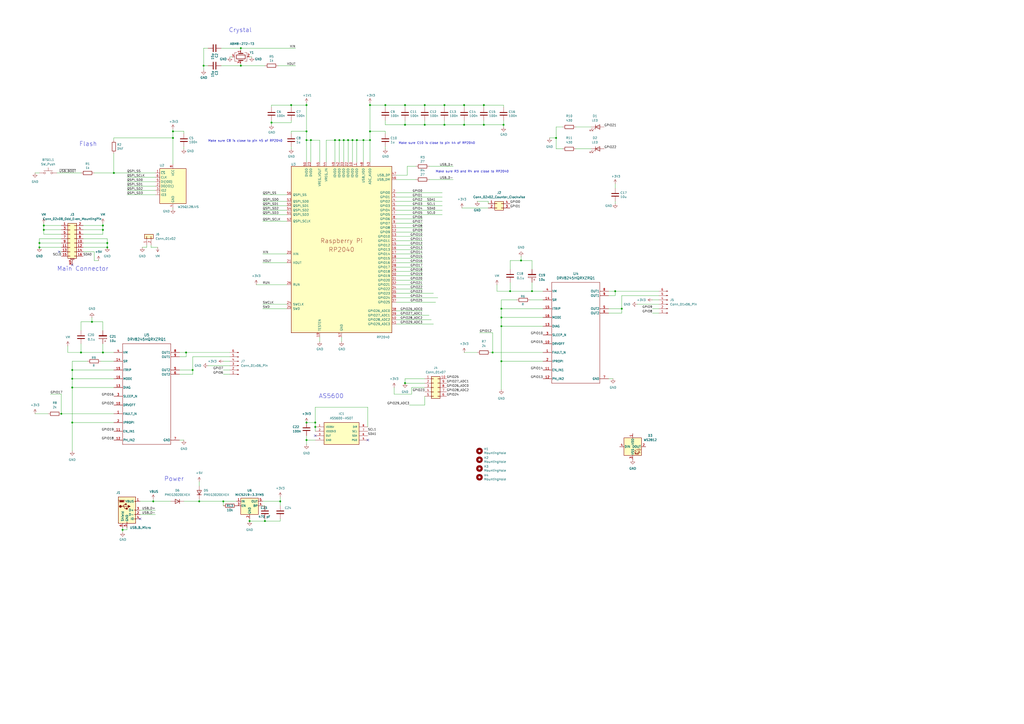
<source format=kicad_sch>
(kicad_sch (version 20250114) (generator "eeschema") (generator_version "9.0")
  (paper "A2")
  (title_block (title "RP2040 Minimal Design Example") (date "2024-01-16") (rev "REV2") (company "Raspberry Pi Ltd"))
  (text "Power" (at 95.25 279.4 0) (effects (font (size 2.54 2.54)) (justify left bottom)))
  (text "Crystal" (at 132.715 19.05 0) (effects (font (size 2.54 2.54)) (justify left bottom)))
  (text "Make sure C8 is close to pin 45 of RP2040" (at 120.65 82.55 0) (effects (font (size 1.27 1.27)) (justify left bottom)))
  (text "Make sure C10 is close to pin 44 of RP2040" (at 231.14 83.82 0) (effects (font (size 1.27 1.27)) (justify left bottom)))
  (text "Main Connector" (at 33.02 157.48 0) (effects (font (size 2.54 2.54)) (justify left bottom)))
  (text "Make sure R3 and R4 are close to RP2040" (at 252.73 100.33 0) (effects (font (size 1.27 1.27)) (justify left bottom)))
  (text "AS5600" (at 184.912 231.394 0) (effects (font (size 2.54 2.54)) (justify left bottom)))
  (text "Flash" (at 45.974 85.09 0) (effects (font (size 2.54 2.54)) (justify left bottom)))
  (junction (at 153.67 302.26))
  (junction (at 201.93 81.28))
  (junction (at 182.88 245.11))
  (junction (at 199.39 81.28))
  (junction (at 290.83 179.07))
  (junction (at 22.86 143.51))
  (junction (at 62.23 140.97))
  (junction (at 100.33 80.01))
  (junction (at 46.99 204.47))
  (junction (at 177.8 76.2))
  (junction (at 356.87 168.91))
  (junction (at 214.63 76.2))
  (junction (at 59.69 133.35))
  (junction (at 168.91 60.96))
  (junction (at 35.56 240.03))
  (junction (at 118.11 38.1))
  (junction (at 223.52 60.96))
  (junction (at 246.38 72.39))
  (junction (at 257.81 60.96))
  (junction (at 290.83 184.15))
  (junction (at 139.7 27.94))
  (junction (at 246.38 60.96))
  (junction (at 177.8 81.28))
  (junction (at 41.91 219.71))
  (junction (at 53.34 186.69))
  (junction (at 322.58 80.01))
  (junction (at 180.34 81.28))
  (junction (at 204.47 81.28))
  (junction (at 157.48 71.12))
  (junction (at 295.91 168.91))
  (junction (at 41.91 214.63))
  (junction (at 285.75 204.47))
  (junction (at 234.95 222.25))
  (junction (at 280.67 60.96))
  (junction (at 290.83 209.55))
  (junction (at 41.91 245.11))
  (junction (at 292.1 72.39))
  (junction (at 139.7 38.1))
  (junction (at 302.26 151.13))
  (junction (at 22.86 140.97))
  (junction (at 88.9 290.83))
  (junction (at 162.56 290.83))
  (junction (at 257.81 72.39))
  (junction (at 41.91 224.79))
  (junction (at 129.54 290.83))
  (junction (at 100.33 76.2))
  (junction (at 177.8 255.27))
  (junction (at 25.4 133.35))
  (junction (at 115.57 290.83))
  (junction (at 25.4 130.81))
  (junction (at 71.12 307.34))
  (junction (at 107.95 204.47))
  (junction (at 62.23 143.51))
  (junction (at 177.8 245.11))
  (junction (at 177.8 60.96))
  (junction (at 234.95 72.39))
  (junction (at 269.24 72.39))
  (junction (at 182.88 247.65))
  (junction (at 59.69 204.47))
  (junction (at 144.78 302.26))
  (junction (at 207.01 81.28))
  (junction (at 214.63 81.28))
  (junction (at 66.04 100.33))
  (junction (at 360.68 179.07))
  (junction (at 59.69 130.81))
  (junction (at 196.85 81.28))
  (junction (at 214.63 60.96))
  (junction (at 290.83 189.23))
  (junction (at 194.31 81.28))
  (junction (at 269.24 60.96))
  (junction (at 280.67 72.39))
  (junction (at 111.76 214.63))
  (junction (at 308.61 168.91))
  (junction (at 210.82 81.28))
  (junction (at 234.95 60.96))
  (no_connect (at 34.29 146.05))
  (no_connect (at 41.91 153.67))
  (no_connect (at 182.88 252.73))
  (no_connect (at 81.28 300.99))
  (no_connect (at 213.36 255.27))
  (wire (pts (xy 299.72 173.99) (xy 290.83 173.99)))
  (wire (pts (xy 177.8 81.28) (xy 177.8 93.98)))
  (wire (pts (xy 285.75 193.04) (xy 285.75 204.47)))
  (wire (pts (xy 229.87 137.16) (xy 245.11 137.16)))
  (wire (pts (xy 177.8 245.11) (xy 182.88 245.11)))
  (wire (pts (xy 267.97 120.65) (xy 283.21 120.65)))
  (wire (pts (xy 157.48 71.12) (xy 168.91 71.12)))
  (wire (pts (xy 236.22 96.52) (xy 236.22 101.6)))
  (wire (pts (xy 88.9 290.83) (xy 99.06 290.83)))
  (wire (pts (xy 237.49 234.95) (xy 246.38 234.95)))
  (wire (pts (xy 295.91 168.91) (xy 308.61 168.91)))
  (wire (pts (xy 246.38 60.96) (xy 257.81 60.96)))
  (wire (pts (xy 162.56 293.37) (xy 162.56 290.83)))
  (wire (pts (xy 269.24 204.47) (xy 276.86 204.47)))
  (wire (pts (xy 48.26 135.89) (xy 59.69 135.89)))
  (wire (pts (xy 207.01 81.28) (xy 210.82 81.28)))
  (wire (pts (xy 41.91 219.71) (xy 66.04 219.71)))
  (wire (pts (xy 290.83 189.23) (xy 314.96 189.23)))
  (wire (pts (xy 104.14 217.17) (xy 111.76 217.17)))
  (wire (pts (xy 182.88 236.22) (xy 182.88 245.11)))
  (wire (pts (xy 290.83 179.07) (xy 290.83 184.15)))
  (wire (pts (xy 356.87 116.84) (xy 356.87 118.11)))
  (wire (pts (xy 90.17 113.03) (xy 73.66 113.03)))
  (wire (pts (xy 129.54 209.55) (xy 133.35 209.55)))
  (wire (pts (xy 246.38 62.23) (xy 246.38 60.96)))
  (wire (pts (xy 177.8 59.69) (xy 177.8 60.96)))
  (wire (pts (xy 25.4 135.89) (xy 25.4 133.35)))
  (wire (pts (xy 229.87 149.86) (xy 245.11 149.86)))
  (wire (pts (xy 322.58 86.36) (xy 326.39 86.36)))
  (wire (pts (xy 100.33 76.2) (xy 100.33 80.01)))
  (wire (pts (xy 104.14 214.63) (xy 111.76 214.63)))
  (wire (pts (xy 39.37 200.66) (xy 39.37 204.47)))
  (wire (pts (xy 25.4 129.54) (xy 25.4 130.81)))
  (wire (pts (xy 194.31 81.28) (xy 196.85 81.28)))
  (wire (pts (xy 229.87 170.18) (xy 251.46 170.18)))
  (wire (pts (xy 88.9 289.56) (xy 88.9 290.83)))
  (wire (pts (xy 229.87 104.14) (xy 241.3 104.14)))
  (wire (pts (xy 91.44 143.51) (xy 87.63 143.51)))
  (wire (pts (xy 326.39 73.66) (xy 322.58 73.66)))
  (wire (pts (xy 360.68 179.07) (xy 360.68 171.45)))
  (wire (pts (xy 53.34 184.15) (xy 53.34 186.69)))
  (wire (pts (xy 276.86 116.84) (xy 283.21 116.84)))
  (wire (pts (xy 229.87 111.76) (xy 256.54 111.76)))
  (wire (pts (xy 318.77 80.01) (xy 322.58 80.01)))
  (wire (pts (xy 29.21 228.6) (xy 35.56 228.6)))
  (wire (pts (xy 73.66 102.87) (xy 90.17 102.87)))
  (wire (pts (xy 41.91 224.79) (xy 66.04 224.79)))
  (wire (pts (xy 100.33 74.93) (xy 100.33 76.2)))
  (wire (pts (xy 248.92 96.52) (xy 262.89 96.52)))
  (wire (pts (xy 185.42 93.98) (xy 185.42 81.28)))
  (wire (pts (xy 35.56 140.97) (xy 22.86 140.97)))
  (wire (pts (xy 314.96 179.07) (xy 290.83 179.07)))
  (wire (pts (xy 246.38 69.85) (xy 246.38 72.39)))
  (wire (pts (xy 46.99 199.39) (xy 46.99 204.47)))
  (wire (pts (xy 229.87 116.84) (xy 256.54 116.84)))
  (wire (pts (xy 177.8 76.2) (xy 177.8 81.28)))
  (wire (pts (xy 129.54 290.83) (xy 137.16 290.83)))
  (wire (pts (xy 22.86 140.97) (xy 22.86 143.51)))
  (wire (pts (xy 133.35 33.02) (xy 134.62 33.02)))
  (wire (pts (xy 189.23 81.28) (xy 194.31 81.28)))
  (wire (pts (xy 35.56 135.89) (xy 25.4 135.89)))
  (wire (pts (xy 157.48 60.96) (xy 168.91 60.96)))
  (wire (pts (xy 302.26 151.13) (xy 308.61 151.13)))
  (wire (pts (xy 229.87 185.42) (xy 250.19 185.42)))
  (wire (pts (xy 66.04 88.9) (xy 66.04 100.33)))
  (wire (pts (xy 353.06 171.45) (xy 356.87 171.45)))
  (wire (pts (xy 87.63 142.24) (xy 87.63 143.51)))
  (wire (pts (xy 157.48 69.85) (xy 157.48 71.12)))
  (wire (pts (xy 177.8 255.27) (xy 177.8 252.73)))
  (wire (pts (xy 334.01 73.66) (xy 342.9 73.66)))
  (wire (pts (xy 182.88 245.11) (xy 182.88 247.65)))
  (wire (pts (xy 22.86 100.33) (xy 20.32 100.33)))
  (wire (pts (xy 39.37 204.47) (xy 46.99 204.47)))
  (wire (pts (xy 59.69 130.81) (xy 59.69 129.54)))
  (wire (pts (xy 144.78 33.02) (xy 146.05 33.02)))
  (wire (pts (xy 152.4 124.46) (xy 166.37 124.46)))
  (wire (pts (xy 246.38 219.71) (xy 234.95 219.71)))
  (wire (pts (xy 128.27 27.94) (xy 139.7 27.94)))
  (wire (pts (xy 308.61 163.83) (xy 308.61 168.91)))
  (wire (pts (xy 308.61 168.91) (xy 314.96 168.91)))
  (wire (pts (xy 214.63 81.28) (xy 214.63 93.98)))
  (wire (pts (xy 168.91 60.96) (xy 177.8 60.96)))
  (wire (pts (xy 284.48 204.47) (xy 285.75 204.47)))
  (wire (pts (xy 54.61 146.05) (xy 54.61 151.13)))
  (wire (pts (xy 214.63 76.2) (xy 223.52 76.2)))
  (wire (pts (xy 48.26 133.35) (xy 59.69 133.35)))
  (wire (pts (xy 100.33 121.285) (xy 100.33 120.65)))
  (wire (pts (xy 153.67 302.26) (xy 153.67 300.99)))
  (wire (pts (xy 360.68 181.61) (xy 360.68 179.07)))
  (wire (pts (xy 199.39 93.98) (xy 199.39 81.28)))
  (wire (pts (xy 81.28 295.91) (xy 90.17 295.91)))
  (wire (pts (xy 177.8 60.96) (xy 177.8 76.2)))
  (wire (pts (xy 295.91 151.13) (xy 302.26 151.13)))
  (wire (pts (xy 210.82 81.28) (xy 214.63 81.28)))
  (wire (pts (xy 152.4 119.38) (xy 166.37 119.38)))
  (wire (pts (xy 228.6 228.6) (xy 228.6 224.79)))
  (wire (pts (xy 59.69 199.39) (xy 59.69 204.47)))
  (wire (pts (xy 334.01 86.36) (xy 342.9 86.36)))
  (wire (pts (xy 269.24 62.23) (xy 269.24 60.96)))
  (wire (pts (xy 378.46 179.07) (xy 382.27 179.07)))
  (wire (pts (xy 196.85 81.28) (xy 199.39 81.28)))
  (wire (pts (xy 90.17 107.95) (xy 73.66 107.95)))
  (wire (pts (xy 153.67 302.26) (xy 162.56 302.26)))
  (wire (pts (xy 238.76 224.79) (xy 246.38 224.79)))
  (wire (pts (xy 111.76 207.01) (xy 111.76 214.63)))
  (wire (pts (xy 223.52 62.23) (xy 223.52 60.96)))
  (wire (pts (xy 378.46 173.99) (xy 382.27 173.99)))
  (wire (pts (xy 41.91 209.55) (xy 41.91 214.63)))
  (wire (pts (xy 22.86 143.51) (xy 35.56 143.51)))
  (wire (pts (xy 214.63 60.96) (xy 223.52 60.96)))
  (wire (pts (xy 106.68 76.2) (xy 100.33 76.2)))
  (wire (pts (xy 207.01 81.28) (xy 207.01 93.98)))
  (wire (pts (xy 115.57 279.4) (xy 115.57 281.94)))
  (wire (pts (xy 196.85 93.98) (xy 196.85 81.28)))
  (wire (pts (xy 73.66 306.07) (xy 73.66 307.34)))
  (wire (pts (xy 139.7 36.83) (xy 139.7 38.1)))
  (wire (pts (xy 118.11 38.1) (xy 118.11 40.64)))
  (wire (pts (xy 285.75 204.47) (xy 314.96 204.47)))
  (wire (pts (xy 295.91 156.21) (xy 295.91 151.13)))
  (wire (pts (xy 229.87 101.6) (xy 236.22 101.6)))
  (wire (pts (xy 290.83 209.55) (xy 290.83 189.23)))
  (wire (pts (xy 129.54 214.63) (xy 133.35 214.63)))
  (wire (pts (xy 104.14 207.01) (xy 107.95 207.01)))
  (wire (pts (xy 144.78 302.26) (xy 153.67 302.26)))
  (wire (pts (xy 214.63 60.96) (xy 214.63 76.2)))
  (wire (pts (xy 166.37 152.4) (xy 152.4 152.4)))
  (wire (pts (xy 48.26 143.51) (xy 62.23 143.51)))
  (wire (pts (xy 166.37 113.03) (xy 152.4 113.03)))
  (wire (pts (xy 269.24 60.96) (xy 280.67 60.96)))
  (wire (pts (xy 292.1 69.85) (xy 292.1 72.39)))
  (wire (pts (xy 161.29 38.1) (xy 171.45 38.1)))
  (wire (pts (xy 356.87 168.91) (xy 382.27 168.91)))
  (wire (pts (xy 229.87 147.32) (xy 245.11 147.32)))
  (wire (pts (xy 229.87 127) (xy 245.11 127)))
  (wire (pts (xy 182.88 247.65) (xy 182.88 250.19)))
  (wire (pts (xy 168.91 71.12) (xy 168.91 69.85)))
  (wire (pts (xy 234.95 62.23) (xy 234.95 60.96)))
  (wire (pts (xy 48.26 138.43) (xy 62.23 138.43)))
  (wire (pts (xy 234.95 72.39) (xy 223.52 72.39)))
  (wire (pts (xy 229.87 180.34) (xy 245.11 180.34)))
  (wire (pts (xy 308.61 151.13) (xy 308.61 156.21)))
  (wire (pts (xy 20.32 240.03) (xy 27.94 240.03)))
  (wire (pts (xy 25.4 130.81) (xy 25.4 133.35)))
  (wire (pts (xy 252.73 175.26) (xy 229.87 175.26)))
  (wire (pts (xy 214.63 76.2) (xy 214.63 81.28)))
  (wire (pts (xy 111.76 207.01) (xy 133.35 207.01)))
  (wire (pts (xy 152.4 290.83) (xy 162.56 290.83)))
  (wire (pts (xy 214.63 59.69) (xy 214.63 60.96)))
  (wire (pts (xy 50.8 209.55) (xy 41.91 209.55)))
  (wire (pts (xy 229.87 129.54) (xy 245.11 129.54)))
  (wire (pts (xy 168.91 77.47) (xy 168.91 76.2)))
  (wire (pts (xy 90.17 110.49) (xy 73.66 110.49)))
  (wire (pts (xy 234.95 60.96) (xy 246.38 60.96)))
  (wire (pts (xy 378.46 181.61) (xy 382.27 181.61)))
  (wire (pts (xy 246.38 234.95) (xy 246.38 229.87)))
  (wire (pts (xy 54.61 100.33) (xy 66.04 100.33)))
  (wire (pts (xy 62.23 140.97) (xy 62.23 143.51)))
  (wire (pts (xy 71.12 306.07) (xy 71.12 307.34)))
  (wire (pts (xy 290.83 184.15) (xy 314.96 184.15)))
  (wire (pts (xy 234.95 222.25) (xy 246.38 222.25)))
  (wire (pts (xy 229.87 187.96) (xy 251.46 187.96)))
  (wire (pts (xy 104.14 204.47) (xy 107.95 204.47)))
  (wire (pts (xy 290.83 226.06) (xy 290.83 209.55)))
  (wire (pts (xy 41.91 245.11) (xy 41.91 224.79)))
  (wire (pts (xy 148.59 165.1) (xy 166.37 165.1)))
  (wire (pts (xy 115.57 289.56) (xy 115.57 290.83)))
  (wire (pts (xy 234.95 69.85) (xy 234.95 72.39)))
  (wire (pts (xy 288.29 168.91) (xy 295.91 168.91)))
  (wire (pts (xy 162.56 288.29) (xy 162.56 290.83)))
  (wire (pts (xy 180.34 93.98) (xy 180.34 81.28)))
  (wire (pts (xy 34.29 146.05) (xy 35.56 146.05)))
  (wire (pts (xy 144.78 302.26) (xy 144.78 300.99)))
  (wire (pts (xy 280.67 72.39) (xy 292.1 72.39)))
  (wire (pts (xy 73.66 307.34) (xy 71.12 307.34)))
  (wire (pts (xy 48.26 140.97) (xy 62.23 140.97)))
  (wire (pts (xy 322.58 80.01) (xy 322.58 86.36)))
  (wire (pts (xy 153.67 293.37) (xy 152.4 293.37)))
  (wire (pts (xy 269.24 69.85) (xy 269.24 72.39)))
  (wire (pts (xy 48.26 146.05) (xy 54.61 146.05)))
  (wire (pts (xy 223.52 60.96) (xy 234.95 60.96)))
  (wire (pts (xy 35.56 138.43) (xy 22.86 138.43)))
  (wire (pts (xy 223.52 85.09) (xy 223.52 86.36)))
  (wire (pts (xy 229.87 132.08) (xy 245.11 132.08)))
  (wire (pts (xy 204.47 93.98) (xy 204.47 81.28)))
  (wire (pts (xy 128.27 38.1) (xy 139.7 38.1)))
  (wire (pts (xy 120.65 38.1) (xy 118.11 38.1)))
  (wire (pts (xy 46.99 204.47) (xy 59.69 204.47)))
  (wire (pts (xy 139.7 38.1) (xy 153.67 38.1)))
  (wire (pts (xy 59.69 186.69) (xy 59.69 191.77)))
  (wire (pts (xy 307.34 173.99) (xy 314.96 173.99)))
  (wire (pts (xy 229.87 119.38) (xy 256.54 119.38)))
  (wire (pts (xy 107.95 207.01) (xy 107.95 204.47)))
  (wire (pts (xy 292.1 62.23) (xy 292.1 60.96)))
  (wire (pts (xy 166.37 179.07) (xy 152.4 179.07)))
  (wire (pts (xy 199.39 81.28) (xy 201.93 81.28)))
  (wire (pts (xy 292.1 72.39) (xy 292.1 73.66)))
  (wire (pts (xy 356.87 106.68) (xy 356.87 109.22)))
  (wire (pts (xy 229.87 157.48) (xy 245.11 157.48)))
  (wire (pts (xy 295.91 163.83) (xy 295.91 168.91)))
  (wire (pts (xy 360.68 171.45) (xy 382.27 171.45)))
  (wire (pts (xy 166.37 128.27) (xy 152.4 128.27)))
  (wire (pts (xy 111.76 214.63) (xy 111.76 217.17)))
  (wire (pts (xy 198.12 195.58) (xy 198.12 198.12)))
  (wire (pts (xy 168.91 76.2) (xy 177.8 76.2)))
  (wire (pts (xy 229.87 154.94) (xy 245.11 154.94)))
  (wire (pts (xy 90.17 105.41) (xy 73.66 105.41)))
  (wire (pts (xy 246.38 72.39) (xy 234.95 72.39)))
  (wire (pts (xy 129.54 290.83) (xy 129.54 293.37)))
  (wire (pts (xy 223.52 69.85) (xy 223.52 72.39)))
  (wire (pts (xy 185.42 195.58) (xy 185.42 198.12)))
  (wire (pts (xy 22.86 138.43) (xy 22.86 140.97)))
  (wire (pts (xy 229.87 160.02) (xy 245.11 160.02)))
  (wire (pts (xy 54.61 151.13) (xy 57.15 151.13)))
  (wire (pts (xy 120.65 27.94) (xy 118.11 27.94)))
  (wire (pts (xy 229.87 139.7) (xy 245.11 139.7)))
  (wire (pts (xy 41.91 214.63) (xy 41.91 219.71)))
  (wire (pts (xy 229.87 165.1) (xy 245.11 165.1)))
  (wire (pts (xy 35.56 240.03) (xy 66.04 240.03)))
  (wire (pts (xy 59.69 133.35) (xy 59.69 130.81)))
  (wire (pts (xy 120.65 212.09) (xy 133.35 212.09)))
  (wire (pts (xy 180.34 81.28) (xy 177.8 81.28)))
  (wire (pts (xy 104.14 255.27) (xy 106.68 255.27)))
  (wire (pts (xy 248.92 104.14) (xy 262.89 104.14)))
  (wire (pts (xy 41.91 219.71) (xy 41.91 224.79)))
  (wire (pts (xy 353.06 168.91) (xy 356.87 168.91)))
  (wire (pts (xy 229.87 144.78) (xy 245.11 144.78)))
  (wire (pts (xy 353.06 179.07) (xy 360.68 179.07)))
  (wire (pts (xy 58.42 209.55) (xy 66.04 209.55)))
  (wire (pts (xy 280.67 72.39) (xy 269.24 72.39)))
  (wire (pts (xy 118.11 27.94) (xy 118.11 38.1)))
  (wire (pts (xy 46.99 191.77) (xy 46.99 186.69)))
  (wire (pts (xy 290.83 184.15) (xy 290.83 189.23)))
  (wire (pts (xy 288.29 165.1) (xy 288.29 168.91)))
  (wire (pts (xy 139.7 29.21) (xy 139.7 27.94)))
  (wire (pts (xy 152.4 116.84) (xy 166.37 116.84)))
  (wire (pts (xy 353.06 219.71) (xy 355.6 219.71)))
  (wire (pts (xy 228.6 228.6) (xy 238.76 228.6)))
  (wire (pts (xy 201.93 81.28) (xy 204.47 81.28)))
  (wire (pts (xy 229.87 134.62) (xy 245.11 134.62)))
  (wire (pts (xy 229.87 152.4) (xy 245.11 152.4)))
  (wire (pts (xy 157.48 62.23) (xy 157.48 60.96)))
  (wire (pts (xy 115.57 290.83) (xy 129.54 290.83)))
  (wire (pts (xy 236.22 96.52) (xy 241.3 96.52)))
  (wire (pts (xy 62.23 138.43) (xy 62.23 140.97)))
  (wire (pts (xy 106.68 85.09) (xy 106.68 86.36)))
  (wire (pts (xy 157.48 71.12) (xy 157.48 72.39)))
  (wire (pts (xy 280.67 69.85) (xy 280.67 72.39)))
  (wire (pts (xy 152.4 147.32) (xy 166.37 147.32)))
  (wire (pts (xy 33.02 100.33) (xy 46.99 100.33)))
  (wire (pts (xy 35.56 130.81) (xy 25.4 130.81)))
  (wire (pts (xy 229.87 142.24) (xy 245.11 142.24)))
  (wire (pts (xy 257.81 60.96) (xy 269.24 60.96)))
  (wire (pts (xy 162.56 302.26) (xy 162.56 300.99)))
  (wire (pts (xy 106.68 290.83) (xy 115.57 290.83)))
  (wire (pts (xy 223.52 77.47) (xy 223.52 76.2)))
  (wire (pts (xy 82.55 143.51) (xy 85.09 143.51)))
  (wire (pts (xy 152.4 121.92) (xy 166.37 121.92)))
  (wire (pts (xy 229.87 124.46) (xy 256.54 124.46)))
  (wire (pts (xy 229.87 167.64) (xy 245.11 167.64)))
  (wire (pts (xy 229.87 114.3) (xy 256.54 114.3)))
  (wire (pts (xy 257.81 72.39) (xy 246.38 72.39)))
  (wire (pts (xy 59.69 135.89) (xy 59.69 133.35)))
  (wire (pts (xy 35.56 240.03) (xy 35.56 228.6)))
  (wire (pts (xy 106.68 77.47) (xy 106.68 76.2)))
  (wire (pts (xy 269.24 72.39) (xy 257.81 72.39)))
  (wire (pts (xy 356.87 171.45) (xy 356.87 168.91)))
  (wire (pts (xy 290.83 209.55) (xy 314.96 209.55)))
  (wire (pts (xy 35.56 133.35) (xy 25.4 133.35)))
  (wire (pts (xy 48.26 130.81) (xy 59.69 130.81)))
  (wire (pts (xy 204.47 81.28) (xy 207.01 81.28)))
  (wire (pts (xy 66.04 100.33) (xy 90.17 100.33)))
  (wire (pts (xy 194.31 93.98) (xy 194.31 81.28)))
  (wire (pts (xy 213.36 236.22) (xy 213.36 247.65)))
  (wire (pts (xy 107.95 204.47) (xy 133.35 204.47)))
  (wire (pts (xy 81.28 290.83) (xy 88.9 290.83)))
  (wire (pts (xy 278.13 193.04) (xy 285.75 193.04)))
  (wire (pts (xy 66.04 214.63) (xy 41.91 214.63)))
  (wire (pts (xy 182.88 236.22) (xy 213.36 236.22)))
  (wire (pts (xy 353.06 181.61) (xy 360.68 181.61)))
  (wire (pts (xy 41.91 261.62) (xy 41.91 245.11)))
  (wire (pts (xy 201.93 93.98) (xy 201.93 81.28)))
  (wire (pts (xy 177.8 255.27) (xy 182.88 255.27)))
  (wire (pts (xy 168.91 62.23) (xy 168.91 60.96)))
  (wire (pts (xy 254 172.72) (xy 229.87 172.72)))
  (wire (pts (xy 290.83 173.99) (xy 290.83 179.07)))
  (wire (pts (xy 185.42 81.28) (xy 180.34 81.28)))
  (wire (pts (xy 283.21 116.84) (xy 283.21 118.11)))
  (wire (pts (xy 280.67 60.96) (xy 292.1 60.96)))
  (wire (pts (xy 280.67 62.23) (xy 280.67 60.96)))
  (wire (pts (xy 85.09 143.51) (xy 85.09 142.24)))
  (wire (pts (xy 129.54 217.17) (xy 133.35 217.17)))
  (wire (pts (xy 257.81 69.85) (xy 257.81 72.39)))
  (wire (pts (xy 229.87 162.56) (xy 245.11 162.56)))
  (wire (pts (xy 177.8 257.81) (xy 177.8 255.27)))
  (wire (pts (xy 210.82 93.98) (xy 210.82 81.28)))
  (wire (pts (xy 257.81 62.23) (xy 257.81 60.96)))
  (wire (pts (xy 59.69 204.47) (xy 66.04 204.47)))
  (wire (pts (xy 166.37 176.53) (xy 152.4 176.53)))
  (wire (pts (xy 238.76 228.6) (xy 238.76 224.79)))
  (wire (pts (xy 322.58 73.66) (xy 322.58 80.01)))
  (wire (pts (xy 46.99 186.69) (xy 53.34 186.69)))
  (wire (pts (xy 41.91 245.11) (xy 66.04 245.11)))
  (wire (pts (xy 189.23 93.98) (xy 189.23 81.28)))
  (wire (pts (xy 168.91 85.09) (xy 168.91 86.36)))
  (wire (pts (xy 234.95 219.71) (xy 234.95 222.25)))
  (wire (pts (xy 71.12 307.34) (xy 71.12 308.61)))
  (wire (pts (xy 66.04 81.28) (xy 66.04 80.01)))
  (wire (pts (xy 66.04 80.01) (xy 100.33 80.01)))
  (wire (pts (xy 229.87 182.88) (xy 248.92 182.88)))
  (wire (pts (xy 229.87 121.92) (xy 256.54 121.92)))
  (wire (pts (xy 369.57 176.53) (xy 382.27 176.53)))
  (wire (pts (xy 81.28 298.45) (xy 90.17 298.45)))
  (wire (pts (xy 100.33 80.01) (xy 100.33 95.25)))
  (wire (pts (xy 53.34 186.69) (xy 59.69 186.69)))
  (wire (pts (xy 302.26 148.59) (xy 302.26 151.13)))
  (wire (pts (xy 139.7 27.94) (xy 171.45 27.94)))
  (label "XOUT" (at 171.45 38.1 180))
  (label "GPIO15" (at 314.96 199.39 180))
  (label "SCL0" (at 247.65 124.46 0))
  (label "USB_D-" (at 90.17 298.45 180))
  (label "QSPI_SS" (at 73.66 100.33 0))
  (label "QSPI_SD3" (at 73.66 113.03 0))
  (label "SDA1" (at 213.36 252.73 0))
  (label "QSPI_SD2" (at 152.4 121.92 0))
  (label "GPIO10" (at 314.96 194.31 180))
  (label "USB_D-" (at 262.89 104.14 180))
  (label "GPIO4" (at 245.11 121.92 180))
  (label "GPIO28_ADC2" (at 259.08 227.33 0))
  (label "SDA0" (at 48.26 148.59 0))
  (label "GPIO16" (at 66.04 229.87 180))
  (label "RUN" (at 152.4 165.1 0))
  (label "GPIO12" (at 278.13 193.04 0))
  (label "XOUT" (at 152.4 152.4 0))
  (label "GPIO20" (at 66.04 234.95 180))
  (label "GPIO29_ADC3" (at 245.11 187.96 180))
  (label "QSPI_SD1" (at 152.4 119.38 0))
  (label "GPIO13" (at 245.11 144.78 180))
  (label "GPIO19" (at 66.04 250.19 180))
  (label "GPIO6" (at 245.11 127 180))
  (label "USB_D+" (at 262.89 96.52 180))
  (label "GPIO29_ADC3" (at 237.49 234.95 180))
  (label "SWD" (at 152.4 179.07 0))
  (label "GPIO20" (at 245.11 162.56 180))
  (label "QSPI_SD1" (at 73.66 107.95 0))
  (label "QSPI_SD3" (at 152.4 124.46 0))
  (label "SCL0" (at 35.56 148.59 180))
  (label "GPIO24" (at 259.08 229.87 0))
  (label "GPIO18" (at 245.11 157.48 180))
  (label "GPIO25" (at 245.11 175.26 180))
  (label "SDA1" (at 247.65 116.84 0))
  (label "GPIO27_ADC1" (at 259.08 222.25 0))
  (label "GPIO25" (at 259.08 219.71 0))
  (label "GPIO0" (at 245.11 111.76 180))
  (label "GPIO8" (at 378.46 181.61 180))
  (label "GPIO21" (at 245.11 165.1 180))
  (label "GPIO11" (at 245.11 139.7 180))
  (label "GPIO9" (at 378.46 179.07 180))
  (label "GPIO27_ADC1" (at 245.11 182.88 180))
  (label "GPIO18" (at 66.04 255.27 180))
  (label "GPIO7" (at 129.54 214.63 180))
  (label "GPIO1" (at 245.11 114.3 180))
  (label "XIN" (at 171.45 27.94 180))
  (label "USB_D+" (at 90.17 295.91 180))
  (label "GPIO13" (at 314.96 219.71 180))
  (label "GPIO14" (at 245.11 147.32 180))
  (label "GPIO3" (at 245.11 119.38 180))
  (label "GPIO10" (at 245.11 137.16 180))
  (label "GPIO23" (at 245.11 170.18 180))
  (label "SWCLK" (at 152.4 176.53 0))
  (label "SDA0" (at 247.65 121.92 0))
  (label "GPIO22" (at 350.52 86.36 0))
  (label "SCL1" (at 247.65 119.38 0))
  (label "QSPI_SCLK" (at 152.4 128.27 0))
  (label "QSPI_SD0" (at 152.4 116.84 0))
  (label "GPIO17" (at 245.11 154.94 180))
  (label "GPIO2" (at 245.11 116.84 180))
  (label "GPIO23" (at 246.38 227.33 180))
  (label "GPIO9" (at 245.11 134.62 180))
  (label "GPIO0" (at 295.91 118.11 0))
  (label "GPIO15" (at 245.11 149.86 180))
  (label "GPIO12" (at 245.11 142.24 180))
  (label "GPIO24" (at 245.11 172.72 180))
  (label "GPIO5" (at 245.11 124.46 180))
  (label "GPIO22" (at 245.11 167.64 180))
  (label "GPIO19" (at 245.11 160.02 180))
  (label "QSPI_SS" (at 152.4 113.03 0))
  (label "QSPI_SD2" (at 73.66 110.49 0))
  (label "GPIO1" (at 295.91 120.65 0))
  (label "QSPI_SD0" (at 73.66 105.41 0))
  (label "GPIO14" (at 314.96 214.63 180))
  (label "QSPI_SCLK" (at 73.66 102.87 0))
  (label "SCL1" (at 213.36 250.19 0))
  (label "~{USB_BOOT}" (at 34.29 100.33 0))
  (label "GPIO26_ADC0" (at 259.08 224.79 0))
  (label "GPIO21" (at 350.52 73.66 0))
  (label "GPIO26_ADC0" (at 245.11 180.34 180))
  (label "GPIO28_ADC2" (at 245.11 185.42 180))
  (label "GPIO16" (at 245.11 152.4 180))
  (label "GPIO8" (at 245.11 132.08 180))
  (label "XIN" (at 152.4 147.32 0))
  (label "GPIO6" (at 129.54 217.17 180))
  (label "GPIO7" (at 245.11 129.54 180))
  (label "GPIO17" (at 29.21 228.6 0))
  (symbol (lib_id "MCU_RaspberryPi_RP2040:RP2040") (at 198.12 144.78 0) (unit 1)
    (property "Reference" "U3" (at 170.18 95.25 0))
    (property "Value" "RP2040" (at 222.25 195.58 0))
    (property "Footprint" "RP2040_minimal:RP2040-QFN-56" (effects (hide yes)))
  )
  (symbol (lib_id "Memory_Flash:W25Q128JVS") (at 100.33 107.95 0) (unit 1)
    (property "Reference" "U2" (at 93.98 95.885 0))
    (property "Value" "W25Q128JVS" (at 109.22 120.015 0))
    (property "Footprint" "Package_SO:SOIC-8_5.3x5.3mm_P1.27mm" (effects (hide yes)))
    (property "Datasheet" "http://www.winbond.com/resource-files/w25q128jv_dtr%20revc%2003272018%20plus.pdf" (effects (hide yes)))
  )
  (symbol (lib_id "power:+3V3") (at 100.33 74.93 0) (unit 1)
    (property "Reference" "#PWR07" (effects (hide yes)))
    (property "Value" "+3V3" (at 100.711 70.5358 0))
  )
  (symbol (lib_id "power:GND") (at 100.33 121.285 0) (unit 1)
    (property "Reference" "#PWR08" (effects (hide yes)))
    (property "Value" "GND" (at 96.52 122.555 0))
  )
  (symbol (lib_id "Device:R") (at 66.04 85.09 0) (unit 1)
    (property "Reference" "R2" (at 67.818 83.9216 0) (effects (justify left)))
    (property "Value" "DNF" (at 67.818 86.233 0) (effects (justify left)))
    (property "Footprint" "Resistor_SMD:R_0603_1608Metric_Pad0.98x0.95mm_HandSolder" (effects (hide yes)))
  )
  (symbol (lib_id "Device:R") (at 50.8 100.33 270) (unit 1)
    (property "Reference" "R1" (at 50.8 95.0722 90))
    (property "Value" "1k" (at 50.8 97.3836 90))
    (property "Footprint" "Resistor_SMD:R_0603_1608Metric_Pad0.98x0.95mm_HandSolder" (effects (hide yes)))
  )
  (symbol (lib_id "Device:C") (at 106.68 81.28 0) (unit 1)
    (property "Reference" "C5" (at 109.601 80.1116 0) (effects (justify left)))
    (property "Value" "100n" (at 109.601 82.423 0) (effects (justify left)))
    (property "Footprint" "Capacitor_SMD:C_0603_1608Metric_Pad1.08x0.95mm_HandSolder" (effects (hide yes)))
  )
  (symbol (lib_id "power:GND") (at 106.68 86.36 0) (unit 1)
    (property "Reference" "#PWR011" (effects (hide yes)))
    (property "Value" "GND" (at 110.49 87.63 0))
  )
  (symbol (lib_id "Connector:USB_B_Micro") (at 73.66 295.91 0) (unit 1)
    (property "Reference" "J1" (at 69.85 285.75 0) (effects (justify right)))
    (property "Value" "USB_B_Micro" (at 87.63 306.07 0) (effects (justify right)))
    (property "Footprint" "RP2040_minimal:USB_Micro-B_Amphenol_10103594-0001LF_Horizontal_modified" (effects (hide yes)))
  )
  (symbol (lib_id "power:GND") (at 198.12 198.12 0) (unit 1)
    (property "Reference" "#PWR016" (effects (hide yes)))
    (property "Value" "GND" (at 198.247 202.5142 0))
  )
  (symbol (lib_id "power:GND") (at 185.42 198.12 0) (unit 1)
    (property "Reference" "#PWR015" (effects (hide yes)))
    (property "Value" "GND" (at 185.547 202.5142 0))
  )
  (symbol (lib_id "Device:R") (at 245.11 96.52 270) (unit 1)
    (property "Reference" "R3" (at 245.11 91.2622 90))
    (property "Value" "27" (at 245.11 93.5736 90))
    (property "Footprint" "Resistor_SMD:R_0603_1608Metric_Pad0.98x0.95mm_HandSolder" (effects (hide yes)))
  )
  (symbol (lib_id "Device:R") (at 245.11 104.14 270) (unit 1)
    (property "Reference" "R4" (at 245.11 98.8822 90))
    (property "Value" "27" (at 245.11 101.1936 90))
    (property "Footprint" "Resistor_SMD:R_0603_1608Metric_Pad0.98x0.95mm_HandSolder" (effects (hide yes)))
  )
  (symbol (lib_id "power:GND") (at 71.12 308.61 0) (unit 1)
    (property "Reference" "#PWR01" (effects (hide yes)))
    (property "Value" "GND" (at 71.247 313.0042 0))
  )
  (symbol (lib_id "power:+3V3") (at 214.63 59.69 0) (unit 1)
    (property "Reference" "#PWR017" (effects (hide yes)))
    (property "Value" "+3V3" (at 215.011 55.2958 0))
  )
  (symbol (lib_id "power:+1V1") (at 177.8 59.69 0) (unit 1)
    (property "Reference" "#PWR014" (effects (hide yes)))
    (property "Value" "+1V1" (at 178.181 55.2958 0))
  )
  (symbol (lib_id "Device:C") (at 223.52 66.04 0) (unit 1)
    (property "Reference" "C9" (at 226.441 64.8716 0) (effects (justify left)))
    (property "Value" "100n" (at 226.441 67.183 0) (effects (justify left)))
    (property "Footprint" "Capacitor_SMD:C_0603_1608Metric_Pad1.08x0.95mm_HandSolder" (effects (hide yes)))
  )
  (symbol (lib_id "Device:C") (at 234.95 66.04 0) (unit 1)
    (property "Reference" "C11" (at 237.871 64.8716 0) (effects (justify left)))
    (property "Value" "100n" (at 237.871 67.183 0) (effects (justify left)))
    (property "Footprint" "Capacitor_SMD:C_0603_1608Metric_Pad1.08x0.95mm_HandSolder" (effects (hide yes)))
  )
  (symbol (lib_id "Device:C") (at 246.38 66.04 0) (unit 1)
    (property "Reference" "C12" (at 249.301 64.8716 0) (effects (justify left)))
    (property "Value" "100n" (at 249.301 67.183 0) (effects (justify left)))
    (property "Footprint" "Capacitor_SMD:C_0603_1608Metric_Pad1.08x0.95mm_HandSolder" (effects (hide yes)))
  )
  (symbol (lib_id "Device:C") (at 257.81 66.04 0) (unit 1)
    (property "Reference" "C13" (at 260.731 64.8716 0) (effects (justify left)))
    (property "Value" "100n" (at 260.731 67.183 0) (effects (justify left)))
    (property "Footprint" "Capacitor_SMD:C_0603_1608Metric_Pad1.08x0.95mm_HandSolder" (effects (hide yes)))
  )
  (symbol (lib_id "Device:C") (at 269.24 66.04 0) (unit 1)
    (property "Reference" "C14" (at 272.161 64.8716 0) (effects (justify left)))
    (property "Value" "100n" (at 272.161 67.183 0) (effects (justify left)))
    (property "Footprint" "Capacitor_SMD:C_0603_1608Metric_Pad1.08x0.95mm_HandSolder" (effects (hide yes)))
  )
  (symbol (lib_id "Device:C") (at 280.67 66.04 0) (unit 1)
    (property "Reference" "C15" (at 283.591 64.8716 0) (effects (justify left)))
    (property "Value" "100n" (at 283.591 67.183 0) (effects (justify left)))
    (property "Footprint" "Capacitor_SMD:C_0603_1608Metric_Pad1.08x0.95mm_HandSolder" (effects (hide yes)))
  )
  (symbol (lib_id "Device:C") (at 292.1 66.04 0) (unit 1)
    (property "Reference" "C16" (at 295.021 64.8716 0) (effects (justify left)))
    (property "Value" "100n" (at 295.021 67.183 0) (effects (justify left)))
    (property "Footprint" "Capacitor_SMD:C_0603_1608Metric_Pad1.08x0.95mm_HandSolder" (effects (hide yes)))
  )
  (symbol (lib_id "Device:C") (at 157.48 66.04 0) (unit 1)
    (property "Reference" "C6" (at 160.401 64.8716 0) (effects (justify left)))
    (property "Value" "100n" (at 160.401 67.183 0) (effects (justify left)))
    (property "Footprint" "Capacitor_SMD:C_0603_1608Metric_Pad1.08x0.95mm_HandSolder" (effects (hide yes)))
  )
  (symbol (lib_id "Device:C") (at 168.91 66.04 0) (unit 1)
    (property "Reference" "C7" (at 171.831 64.8716 0) (effects (justify left)))
    (property "Value" "100n" (at 171.831 67.183 0) (effects (justify left)))
    (property "Footprint" "Capacitor_SMD:C_0603_1608Metric_Pad1.08x0.95mm_HandSolder" (effects (hide yes)))
  )
  (symbol (lib_id "Device:C") (at 168.91 81.28 0) (unit 1)
    (property "Reference" "C8" (at 171.831 80.1116 0) (effects (justify left)))
    (property "Value" "1u" (at 171.831 82.423 0) (effects (justify left)))
    (property "Footprint" "Capacitor_SMD:C_0603_1608Metric_Pad1.08x0.95mm_HandSolder" (effects (hide yes)))
  )
  (symbol (lib_id "Device:C") (at 223.52 81.28 0) (unit 1)
    (property "Reference" "C10" (at 226.441 80.1116 0) (effects (justify left)))
    (property "Value" "1u" (at 226.441 82.423 0) (effects (justify left)))
    (property "Footprint" "Capacitor_SMD:C_0603_1608Metric_Pad1.08x0.95mm_HandSolder" (effects (hide yes)))
  )
  (symbol (lib_id "Mechanical:MountingHole") (at 278.13 261.62 0) (unit 1)
    (property "Reference" "H1" (at 280.67 260.4516 0) (effects (justify left)))
    (property "Value" "MountingHole" (at 280.67 262.763 0) (effects (justify left)))
    (property "Footprint" "MountingHole:MountingHole_3.2mm_M3_DIN965_Pad_TopBottom" (effects (hide yes)))
  )
  (symbol (lib_id "Mechanical:MountingHole") (at 278.13 266.7 0) (unit 1)
    (property "Reference" "H2" (at 280.67 265.5316 0) (effects (justify left)))
    (property "Value" "MountingHole" (at 280.67 267.843 0) (effects (justify left)))
    (property "Footprint" "MountingHole:MountingHole_3.2mm_M3_DIN965_Pad_TopBottom" (effects (hide yes)))
  )
  (symbol (lib_id "Mechanical:MountingHole") (at 278.13 271.78 0) (unit 1)
    (property "Reference" "H3" (at 280.67 270.6116 0) (effects (justify left)))
    (property "Value" "MountingHole" (at 280.67 272.923 0) (effects (justify left)))
    (property "Footprint" "MountingHole:MountingHole_3.2mm_M3_DIN965_Pad_TopBottom" (effects (hide yes)))
  )
  (symbol (lib_id "Mechanical:MountingHole") (at 278.13 276.86 0) (unit 1)
    (property "Reference" "H4" (at 280.67 275.6916 0) (effects (justify left)))
    (property "Value" "MountingHole" (at 280.67 278.003 0) (effects (justify left)))
    (property "Footprint" "MountingHole:MountingHole_3.2mm_M3_DIN965_Pad_TopBottom" (effects (hide yes)))
  )
  (symbol (lib_id "power:GND") (at 292.1 73.66 0) (unit 1)
    (property "Reference" "#PWR023" (effects (hide yes)))
    (property "Value" "GND" (at 292.227 78.0542 0))
  )
  (symbol (lib_id "power:GND") (at 157.48 72.39 0) (unit 1)
    (property "Reference" "#PWR012" (effects (hide yes)))
    (property "Value" "GND" (at 157.607 76.7842 0))
  )
  (symbol (lib_id "power:GND") (at 168.91 86.36 0) (unit 1)
    (property "Reference" "#PWR013" (effects (hide yes)))
    (property "Value" "GND" (at 169.037 90.7542 0))
  )
  (symbol (lib_id "power:GND") (at 223.52 86.36 0) (unit 1)
    (property "Reference" "#PWR018" (effects (hide yes)))
    (property "Value" "GND" (at 223.647 90.7542 0))
  )
  (symbol (lib_id "power:VBUS") (at 88.9 289.56 0) (unit 1)
    (property "Reference" "#PWR03" (effects (hide yes)))
    (property "Value" "VBUS" (at 89.281 285.1658 0))
  )
  (symbol (lib_id "power:+3V3") (at 356.87 106.68 0) (unit 1)
    (property "Reference" "#PWR024" (effects (hide yes)))
    (property "Value" "+3V3" (at 357.251 102.2858 0))
  )
  (symbol (lib_id "Device:C") (at 356.87 113.03 0) (unit 1)
    (property "Reference" "C17" (at 359.791 111.8616 0) (effects (justify left)))
    (property "Value" "10u" (at 359.791 114.173 0) (effects (justify left)))
    (property "Footprint" "Capacitor_SMD:C_0603_1608Metric_Pad1.08x0.95mm_HandSolder" (effects (hide yes)))
  )
  (symbol (lib_id "power:GND") (at 356.87 118.11 0) (unit 1)
    (property "Reference" "#PWR025" (effects (hide yes)))
    (property "Value" "GND" (at 353.06 119.38 0))
  )
  (symbol (lib_id "Device:C") (at 162.56 297.18 0) (unit 1)
    (property "Reference" "C24" (at 165.1 294.64 0) (effects (justify left)))
    (property "Value" "22 uF" (effects (hide yes)))
    (property "Footprint" "Capacitor_SMD:C_1206_3216Metric_Pad1.33x1.80mm_HandSolder" (effects (hide yes)))
  )
  (symbol (lib_id "power:VMEM") (at 25.4 129.54 0) (unit 1)
    (property "Reference" "#PWR02" (effects (hide yes)))
    (property "Value" "VM" (at 25.4 124.46 0))
    (property "Description" "Power symbol creates a global label with name \"VMEM\"" (effects (hide yes)))
  )
  (symbol (lib_name "GND_9") (lib_id "power:GND") (at 177.8 257.81 0) (unit 1)
    (property "Reference" "#PWR046" (effects (hide yes)))
    (property "Value" "GND" (at 177.8 262.89 0))
    (property "Description" "Power symbol creates a global label with name \"GND\" , ground" (effects (hide yes)))
  )
  (symbol (lib_name "GND_4") (lib_id "power:GND") (at 41.91 261.62 0) (unit 1)
    (property "Reference" "#PWR039" (effects (hide yes)))
    (property "Value" "GND" (at 41.91 266.7 0))
    (property "Description" "Power symbol creates a global label with name \"GND\" , ground" (effects (hide yes)))
  )
  (symbol (lib_id "Device:R") (at 133.35 293.37 90) (unit 1)
    (property "Reference" "R13" (at 133.35 293.37 90))
    (property "Value" "10k" (at 133.35 295.91 90))
    (property "Footprint" "Resistor_SMD:R_0603_1608Metric" (effects (hide yes)))
  )
  (symbol (lib_name "+3V3_5") (lib_id "power:+3V3") (at 228.6 224.79 0) (unit 1)
    (property "Reference" "#PWR010" (effects (hide yes)))
    (property "Value" "+3V3" (at 228.6 219.71 0))
    (property "Description" "Power symbol creates a global label with name \"+3V3\"" (effects (hide yes)))
  )
  (symbol (lib_name "GND_10") (lib_id "power:GND") (at 234.95 222.25 0) (unit 1)
    (property "Reference" "#PWR09" (effects (hide yes)))
    (property "Value" "GND" (at 234.95 227.33 0))
    (property "Description" "Power symbol creates a global label with name \"GND\" , ground" (effects (hide yes)))
  )
  (symbol (lib_name "GND_1") (lib_id "power:GND") (at 355.6 219.71 0) (unit 1)
    (property "Reference" "#PWR029" (effects (hide yes)))
    (property "Value" "GND" (at 355.6 224.79 0))
    (property "Description" "Power symbol creates a global label with name \"GND\" , ground" (effects (hide yes)))
  )
  (symbol (lib_name "GND_2") (lib_id "power:GND") (at 369.57 176.53 270) (unit 1)
    (property "Reference" "#PWR032" (effects (hide yes)))
    (property "Value" "GND" (at 365.76 176.5299 90) (effects (justify right)))
    (property "Description" "Power symbol creates a global label with name \"GND\" , ground" (effects (hide yes)))
  )
  (symbol (lib_name "+3V3_6") (lib_id "power:+3V3") (at 267.97 120.65 0) (unit 1)
    (property "Reference" "#PWR050" (effects (hide yes)))
    (property "Value" "+3V3" (at 267.97 115.57 0))
    (property "Description" "Power symbol creates a global label with name \"+3V3\"" (effects (hide yes)))
  )
  (symbol (lib_id "2025-04-08_02-58-05:DRV8245HQRXZRQ1") (at 314.96 168.91 0) (unit 1)
    (property "Reference" "U4" (at 334.01 158.75 0) (effects (font (size 1.524 1.524))))
    (property "Value" "DRV8245HQRXZRQ1" (at 334.01 161.29 0) (effects (font (size 1.524 1.524))))
    (property "Footprint" "footprints:RXZ0016A-MFG" (effects (hide yes)))
    (property "Datasheet" "DRV8245HQRXZRQ1" (effects (hide yes)))
  )
  (symbol (lib_id "Device:C") (at 46.99 195.58 0) (unit 1)
    (property "Reference" "C20" (at 50.8 194.3099 0) (effects (justify left)))
    (property "Value" "0.1u" (at 50.8 196.8499 0) (effects (justify left)))
    (property "Footprint" "Capacitor_SMD:C_0603_1608Metric_Pad1.08x0.95mm_HandSolder" (effects (hide yes)))
    (property "Description" "Unpolarized capacitor" (effects (hide yes)))
  )
  (symbol (lib_id "AS5600-ASOT:AS5600-ASOT") (at 182.88 247.65 0) (unit 1)
    (property "Reference" "IC1" (at 198.12 240.03 0))
    (property "Value" "AS5600-ASOT" (at 198.12 242.57 0))
    (property "Footprint" "Package_SO:SOIC-8_3.9x4.9mm_P1.27mm" (effects (hide yes)))
    (property "MANUFACTURER_NAME" "ams" (effects (hide yes)))
    (property "MF" "ams" (effects (hide yes)))
    (property "MOUSER_PRICE-STOCK" "https://www.mouser.co.uk/ProductDetail/ams/AS5600-ASOT?qs=KTMMzrZdriGJpjhsnAEYBA%3D%3D" (effects (hide yes)))
    (property "DESCRIPTION" "Board Mount Hall Effect / Magnetic Sensors AS5600 Magnetic Sensor 12-Bit" (effects (hide yes)))
    (property "MOUSER_PART_NUMBER" "985-AS5600-ASOT" (effects (hide yes)))
    (property "Price" "None" (effects (hide yes)))
    (property "Package" "SOIC-8 ams" (effects (hide yes)))
    (property "Check_prices" "https://www.snapeda.com/parts/AS5600-ASOT/ams/view-part/?ref=eda" (effects (hide yes)))
    (property "HEIGHT" "1.75mm" (effects (hide yes)))
    (property "MP" "AS5600-ASOT" (effects (hide yes)))
    (property "SnapEDA_Link" "https://www.snapeda.com/parts/AS5600-ASOT/ams/view-part/?ref=snap" (effects (hide yes)))
    (property "ARROW_PRICE-STOCK" "https://www.arrow.com/en/products/as5600-asot/ams-ag?region=nac" (effects (hide yes)))
    (property "ARROW_PART_NUMBER" "AS5600-ASOT" (effects (hide yes)))
    (property "Description_1" "Hall Effect Sensor Angle External Magnet, Not Included Gull Wing" (effects (hide yes)))
    (property "Availability" "In Stock" (effects (hide yes)))
    (property "MANUFACTURER_PART_NUMBER" "AS5600-ASOT" (effects (hide yes)))
  )
  (symbol (lib_name "GND_5") (lib_id "power:GND") (at 53.34 184.15 180) (unit 1)
    (property "Reference" "#PWR040" (effects (hide yes)))
    (property "Value" "GND" (at 53.34 179.07 0))
    (property "Description" "Power symbol creates a global label with name \"GND\" , ground" (effects (hide yes)))
  )
  (symbol (lib_id "Device:Crystal_GND24") (at 139.7 33.02 270) (unit 1)
    (property "Reference" "Y1" (at 144.78 30.48 90) (effects (justify left)))
    (property "Value" "ABM8-272-T3" (at 133.35 25.4 90) (effects (justify left)))
    (property "Footprint" "Crystal:Crystal_SMD_3225-4Pin_3.2x2.5mm" (effects (hide yes)))
  )
  (symbol (lib_id "Regulator_Linear:MIC5219-3.3YM5") (at 144.78 293.37 0) (unit 1)
    (property "Reference" "U6" (at 144.78 284.48 0))
    (property "Value" "MIC5219-3.3YM5" (at 144.78 287.02 0))
    (property "Footprint" "Package_TO_SOT_SMD:SOT-23-5" (effects (hide yes)))
    (property "Datasheet" "http://ww1.microchip.com/downloads/en/DeviceDoc/MIC5219-500mA-Peak-Output-LDO-Regulator-DS20006021A.pdf" (effects (hide yes)))
  )
  (symbol (lib_id "Connector_Generic:Conn_01x02") (at 85.09 137.16 90) (unit 1)
    (property "Reference" "J6" (at 90.17 135.8899 90) (effects (justify right)))
    (property "Value" "Conn_01x02" (at 90.17 138.4299 90) (effects (justify right)))
    (property "Footprint" "Connector_AMASS:AMASS_XT30U-M_1x02_P5.0mm_Vertical" (effects (hide yes)))
    (property "Description" "Generic connector, single row, 01x02, script generated (kicad-library-utils/schlib/autogen/connector/)" (effects (hide yes)))
  )
  (symbol (lib_id "power:+5V") (at 115.57 279.4 0) (unit 1)
    (property "Reference" "#PWR04" (effects (hide yes)))
    (property "Value" "+5V" (at 115.57 274.32 0))
    (property "Description" "Power symbol creates a global label with name \"+5V\"" (effects (hide yes)))
  )
  (symbol (lib_id "power:GND") (at 146.05 33.02 0) (unit 1)
    (property "Reference" "#PWR027" (effects (hide yes)))
    (property "Value" "GND" (at 149.86 34.29 0))
  )
  (symbol (lib_name "GND_3") (lib_id "power:GND") (at 82.55 143.51 0) (unit 1)
    (property "Reference" "#PWR030" (effects (hide yes)))
    (property "Value" "GND" (at 82.55 148.59 0))
    (property "Description" "Power symbol creates a global label with name \"GND\" , ground" (effects (hide yes)))
  )
  (symbol (lib_id "power:+5V") (at 57.15 151.13 0) (unit 1)
    (property "Reference" "#PWR05" (effects (hide yes)))
    (property "Value" "+5V" (at 57.15 146.05 0))
    (property "Description" "Power symbol creates a global label with name \"+5V\"" (effects (hide yes)))
  )
  (symbol (lib_name "GND_2") (lib_id "power:GND") (at 120.65 212.09 270) (unit 1)
    (property "Reference" "#PWR042" (effects (hide yes)))
    (property "Value" "GND" (at 116.84 212.0899 90) (effects (justify right)))
    (property "Description" "Power symbol creates a global label with name \"GND\" , ground" (effects (hide yes)))
  )
  (symbol (lib_id "Device:R") (at 31.75 240.03 90) (unit 1)
    (property "Reference" "R8" (at 31.75 233.68 90))
    (property "Value" "2k" (at 31.75 236.22 90))
    (property "Footprint" "Resistor_SMD:R_0603_1608Metric_Pad0.98x0.95mm_HandSolder" (effects (hide yes)))
    (property "Description" "Resistor" (effects (hide yes)))
  )
  (symbol (lib_id "LED:WS2812B") (at 367.03 259.08 0) (unit 1)
    (property "Reference" "D3" (at 377.19 252.6598 0))
    (property "Value" "WS2812" (at 377.19 255.1998 0))
    (property "Footprint" "LED_SMD:LED_WS2812B_PLCC4_5.0x5.0mm_P3.2mm" (effects (hide yes)))
    (property "Datasheet" "https://cdn-shop.adafruit.com/datasheets/WS2812B.pdf" (effects (hide yes)))
    (property "Description" "RGB LED with integrated controller" (effects (hide yes)))
  )
  (symbol (lib_id "power:VMEM") (at 59.69 129.54 0) (unit 1)
    (property "Reference" "#PWR020" (effects (hide yes)))
    (property "Value" "VM" (at 59.69 124.46 0))
    (property "Description" "Power symbol creates a global label with name \"VMEM\"" (effects (hide yes)))
  )
  (symbol (lib_name "+3V3_2") (lib_id "power:+3V3") (at 20.32 240.03 0) (unit 1)
    (property "Reference" "#PWR037" (effects (hide yes)))
    (property "Value" "+3V3" (at 20.32 234.95 0))
    (property "Description" "Power symbol creates a global label with name \"+3V3\"" (effects (hide yes)))
  )
  (symbol (lib_id "Device:C") (at 124.46 27.94 270) (unit 1)
    (property "Reference" "C2" (at 125.6284 30.861 0) (effects (justify left)))
    (property "Value" "15p" (at 123.317 30.861 0) (effects (justify left)))
    (property "Footprint" "Capacitor_SMD:C_0603_1608Metric_Pad1.08x0.95mm_HandSolder" (effects (hide yes)))
  )
  (symbol (lib_id "Device:R") (at 330.2 73.66 90) (unit 1)
    (property "Reference" "R10" (at 330.2 67.31 90))
    (property "Value" "430" (at 330.2 69.85 90))
    (property "Footprint" "Resistor_SMD:R_0603_1608Metric_Pad0.98x0.95mm_HandSolder" (effects (hide yes)))
    (property "Description" "Resistor" (effects (hide yes)))
  )
  (symbol (lib_name "GND_4") (lib_id "power:GND") (at 290.83 226.06 0) (unit 1)
    (property "Reference" "#PWR034" (effects (hide yes)))
    (property "Value" "GND" (at 290.83 231.14 0))
    (property "Description" "Power symbol creates a global label with name \"GND\" , ground" (effects (hide yes)))
  )
  (symbol (lib_name "GND_6") (lib_id "power:GND") (at 20.32 100.33 0) (unit 1)
    (property "Reference" "#PWR044" (effects (hide yes)))
    (property "Value" "GND" (at 20.32 105.41 0))
    (property "Description" "Power symbol creates a global label with name \"GND\" , ground" (effects (hide yes)))
  )
  (symbol (lib_name "+3V3_3") (lib_id "power:+3V3") (at 148.59 165.1 0) (unit 1)
    (property "Reference" "#PWR019" (effects (hide yes)))
    (property "Value" "+3V3" (at 148.59 160.02 0))
    (property "Description" "Power symbol creates a global label with name \"+3V3\"" (effects (hide yes)))
  )
  (symbol (lib_id "Connector_Generic:Conn_02x05_Counter_Clockwise") (at 251.46 224.79 0) (unit 1)
    (property "Reference" "J4" (at 252.73 213.36 0))
    (property "Value" "Conn_01x07" (at 252.73 215.9 0))
    (property "Footprint" "Connector_PinHeader_2.54mm:PinHeader_2x05_P2.54mm_Vertical" (effects (hide yes)))
    (property "Description" "Generic connector, double row, 02x05, counter clockwise pin numbering scheme (similar to DIP package numbering), script generated (kicad-library-utils/schlib/autogen/connector/)" (effects (hide yes)))
  )
  (symbol (lib_name "+3V3_2") (lib_id "power:+3V3") (at 269.24 204.47 0) (unit 1)
    (property "Reference" "#PWR036" (effects (hide yes)))
    (property "Value" "+3V3" (at 269.24 199.39 0))
    (property "Description" "Power symbol creates a global label with name \"+3V3\"" (effects (hide yes)))
  )
  (symbol (lib_id "Device:R") (at 303.53 173.99 90) (unit 1)
    (property "Reference" "R6" (at 303.276 171.958 90))
    (property "Value" "R" (at 303.276 176.53 90))
    (property "Footprint" "Resistor_SMD:R_0603_1608Metric_Pad0.98x0.95mm_HandSolder" (effects (hide yes)))
    (property "Description" "Resistor" (effects (hide yes)))
  )
  (symbol (lib_id "power:VMEM") (at 39.37 200.66 0) (unit 1)
    (property "Reference" "#PWR038" (effects (hide yes)))
    (property "Value" "VM" (at 39.37 195.58 0))
    (property "Description" "Power symbol creates a global label with name \"VMEM\"" (effects (hide yes)))
  )
  (symbol (lib_id "Device:C") (at 177.8 248.92 0) (unit 1)
    (property "Reference" "C22" (at 169.672 247.65 0) (effects (justify left)))
    (property "Value" "100n" (at 169.672 250.19 0) (effects (justify left)))
    (property "Footprint" "Capacitor_SMD:C_0603_1608Metric" (effects (hide yes)))
    (property "Description" "Unpolarized capacitor" (effects (hide yes)))
  )
  (symbol (lib_name "+3V3_1") (lib_id "power:+3V3") (at 378.46 173.99 90) (unit 1)
    (property "Reference" "#PWR033" (effects (hide yes)))
    (property "Value" "+3V3" (at 374.65 173.9899 90) (effects (justify left)))
    (property "Description" "Power symbol creates a global label with name \"+3V3\"" (effects (hide yes)))
  )
  (symbol (lib_name "GND_1") (lib_id "power:GND") (at 106.68 255.27 0) (unit 1)
    (property "Reference" "#PWR041" (effects (hide yes)))
    (property "Value" "GND" (at 106.68 260.35 0))
    (property "Description" "Power symbol creates a global label with name \"GND\" , ground" (effects (hide yes)))
  )
  (symbol (lib_id "Connector:Conn_01x06_Pin") (at 387.35 176.53 180) (unit 1)
    (property "Reference" "J5" (at 388.62 173.9899 0) (effects (justify right)))
    (property "Value" "Conn_01x06_Pin" (at 388.62 176.5299 0) (effects (justify right)))
    (property "Footprint" "Connector_PinHeader_2.54mm:PinHeader_1x06_P2.54mm_Vertical" (effects (hide yes)))
    (property "Description" "Generic connector, single row, 01x06, script generated" (effects (hide yes)))
  )
  (symbol (lib_id "Device:C") (at 153.67 297.18 0) (unit 1)
    (property "Reference" "C23" (at 151.13 294.64 0) (effects (justify left)))
    (property "Value" "470 pF" (at 149.86 299.72 0) (effects (justify left)))
    (property "Footprint" "Capacitor_SMD:C_0603_1608Metric" (effects (hide yes)))
  )
  (symbol (lib_id "Device:C_Polarized") (at 59.69 195.58 180) (unit 1)
    (property "Reference" "C21" (at 63.5 195.1989 0) (effects (justify right)))
    (property "Value" "10u" (at 63.5 197.7389 0) (effects (justify right)))
    (property "Footprint" "Capacitor_SMD:CP_Elec_5x5.4" (effects (hide yes)))
    (property "Description" "Polarized capacitor" (effects (hide yes)))
  )
  (symbol (lib_id "power:VDC") (at 91.44 143.51 180) (unit 1)
    (property "Reference" "#PWR031" (effects (hide yes)))
    (property "Value" "VM" (at 91.44 148.59 0))
    (property "Description" "Power symbol creates a global label with name \"VDC\"" (effects (hide yes)))
  )
  (symbol (lib_id "Device:R") (at 157.48 38.1 270) (unit 1)
    (property "Reference" "R5" (at 157.48 32.8422 90))
    (property "Value" "1k" (at 157.48 35.1536 90))
    (property "Footprint" "Resistor_SMD:R_0603_1608Metric_Pad0.98x0.95mm_HandSolder" (effects (hide yes)))
  )
  (symbol (lib_id "Device:R") (at 330.2 86.36 90) (unit 1)
    (property "Reference" "R11" (at 330.2 80.01 90))
    (property "Value" "430" (at 330.2 82.55 90))
    (property "Footprint" "Resistor_SMD:R_0603_1608Metric_Pad0.98x0.95mm_HandSolder" (effects (hide yes)))
    (property "Description" "Resistor" (effects (hide yes)))
  )
  (symbol (lib_name "GND_8") (lib_id "power:GND") (at 22.86 143.51 0) (unit 1)
    (property "Reference" "#PWR021" (effects (hide yes)))
    (property "Value" "GND" (at 22.86 148.59 0))
    (property "Description" "Power symbol creates a global label with name \"GND\" , ground" (effects (hide yes)))
  )
  (symbol (lib_id "Device:C_Polarized") (at 308.61 160.02 180) (unit 1)
    (property "Reference" "C19" (at 312.42 159.6389 0) (effects (justify right)))
    (property "Value" "10u" (at 312.42 162.1789 0) (effects (justify right)))
    (property "Footprint" "Capacitor_SMD:CP_Elec_5x5.4" (effects (hide yes)))
    (property "Description" "Polarized capacitor" (effects (hide yes)))
  )
  (symbol (lib_id "power:+3V3") (at 162.56 288.29 0) (unit 1)
    (property "Reference" "#PWR055" (effects (hide yes)))
    (property "Value" "+3V3" (at 162.56 283.21 0))
  )
  (symbol (lib_id "Device:LED") (at 346.71 73.66 0) (unit 1)
    (property "Reference" "D1" (at 345.1225 67.31 0))
    (property "Value" "LED" (at 345.1225 69.85 0))
    (property "Footprint" "LED_SMD:LED_0603_1608Metric_Pad1.05x0.95mm_HandSolder" (effects (hide yes)))
    (property "Description" "Light emitting diode" (effects (hide yes)))
  )
  (symbol (lib_id "Device:D") (at 102.87 290.83 180) (unit 1)
    (property "Reference" "D6" (at 102.87 284.48 0))
    (property "Value" "PMEG3020EXEX" (at 102.87 287.02 0))
    (property "Footprint" "Diode_SMD:D_SOD-123F" (effects (hide yes)))
    (property "Description" "Diode" (effects (hide yes)))
    (property "Sim.Device" "D" (effects (hide yes)))
    (property "Sim.Pins" "1=K 2=A" (effects (hide yes)))
  )
  (symbol (lib_id "Connector_Generic_MountingPin:Conn_02x08_Odd_Even_MountingPin") (at 40.64 138.43 0) (unit 1)
    (property "Reference" "J3" (at 41.91 124.46 0))
    (property "Value" "Conn_02x08_Odd_Even_MountingPin" (at 41.91 127 0))
    (property "Footprint" "Connector_PinHeader_2.54mm:PinHeader_2x08_P2.54mm_Vertical" (effects (hide yes)))
    (property "Description" "Generic connectable mounting pin connector, double row, 02x08, odd/even pin numbering scheme (row 1 odd numbers, row 2 even numbers), script generated (kicad-library-utils/schlib/autogen/connector/)" (effects (hide yes)))
  )
  (symbol (lib_id "2025-04-08_02-58-05:DRV8245HQRXZRQ1") (at 66.04 204.47 0) (unit 1)
    (property "Reference" "U5" (at 85.09 194.31 0) (effects (font (size 1.524 1.524))))
    (property "Value" "DRV8245HQRXZRQ1" (at 85.09 196.85 0) (effects (font (size 1.524 1.524))))
    (property "Footprint" "footprints:RXZ0016A-MFG" (effects (hide yes)))
    (property "Datasheet" "DRV8245HQRXZRQ1" (effects (hide yes)))
  )
  (symbol (lib_name "GND_11") (lib_id "power:GND") (at 276.86 116.84 0) (unit 1)
    (property "Reference" "#PWR049" (effects (hide yes)))
    (property "Value" "GND" (at 276.86 121.92 0))
    (property "Description" "Power symbol creates a global label with name \"GND\" , ground" (effects (hide yes)))
  )
  (symbol (lib_id "Connector:Conn_01x06_Pin") (at 138.43 212.09 180) (unit 1)
    (property "Reference" "J7" (at 139.7 209.5499 0) (effects (justify right)))
    (property "Value" "Conn_01x06_Pin" (at 139.7 212.0899 0) (effects (justify right)))
    (property "Footprint" "Connector_PinHeader_2.54mm:PinHeader_1x06_P2.54mm_Vertical" (effects (hide yes)))
    (property "Description" "Generic connector, single row, 01x06, script generated" (effects (hide yes)))
  )
  (symbol (lib_id "Device:D") (at 115.57 285.75 90) (unit 1)
    (property "Reference" "D5" (at 118.11 284.4799 90) (effects (justify right)))
    (property "Value" "PMEG3020EXEX" (at 118.11 287.0199 90) (effects (justify right)))
    (property "Footprint" "Diode_SMD:D_SOD-123F" (effects (hide yes)))
    (property "Description" "Diode" (effects (hide yes)))
    (property "Sim.Device" "D" (effects (hide yes)))
    (property "Sim.Pins" "1=K 2=A" (effects (hide yes)))
  )
  (symbol (lib_id "power:VMEM") (at 288.29 165.1 0) (unit 1)
    (property "Reference" "#PWR028" (effects (hide yes)))
    (property "Value" "VM" (at 288.29 160.02 0))
    (property "Description" "Power symbol creates a global label with name \"VMEM\"" (effects (hide yes)))
  )
  (symbol (lib_id "power:GND") (at 144.78 302.26 0) (unit 1)
    (property "Reference" "#PWR048" (effects (hide yes)))
    (property "Value" "GND" (at 144.78 307.34 0))
  )
  (symbol (lib_id "power:GND") (at 118.11 40.64 0) (unit 1)
    (property "Reference" "#PWR06" (effects (hide yes)))
    (property "Value" "GND" (at 118.237 45.0342 0))
  )
  (symbol (lib_name "GND_8") (lib_id "power:GND") (at 62.23 143.51 0) (unit 1)
    (property "Reference" "#PWR022" (effects (hide yes)))
    (property "Value" "GND" (at 62.23 148.59 0))
    (property "Description" "Power symbol creates a global label with name \"GND\" , ground" (effects (hide yes)))
  )
  (symbol (lib_name "GND_12") (lib_id "power:GND") (at 367.03 266.7 0) (unit 1)
    (property "Reference" "#PWR051" (effects (hide yes)))
    (property "Value" "GND" (at 367.03 271.78 0))
    (property "Description" "Power symbol creates a global label with name \"GND\" , ground" (effects (hide yes)))
  )
  (symbol (lib_name "GND_7") (lib_id "power:GND") (at 318.77 80.01 0) (unit 1)
    (property "Reference" "#PWR045" (effects (hide yes)))
    (property "Value" "GND" (at 318.77 85.09 0))
    (property "Description" "Power symbol creates a global label with name \"GND\" , ground" (effects (hide yes)))
  )
  (symbol (lib_id "Device:C") (at 124.46 38.1 270) (unit 1)
    (property "Reference" "C3" (at 125.6284 41.021 0) (effects (justify left)))
    (property "Value" "15p" (at 123.317 41.021 0) (effects (justify left)))
    (property "Footprint" "Capacitor_SMD:C_0603_1608Metric_Pad1.08x0.95mm_HandSolder" (effects (hide yes)))
  )
  (symbol (lib_id "Device:R") (at 280.67 204.47 90) (unit 1)
    (property "Reference" "R7" (at 280.67 198.12 90))
    (property "Value" "2k" (at 280.67 200.66 90))
    (property "Footprint" "Resistor_SMD:R_0603_1608Metric_Pad0.98x0.95mm_HandSolder" (effects (hide yes)))
    (property "Description" "Resistor" (effects (hide yes)))
  )
  (symbol (lib_id "Device:LED") (at 346.71 86.36 0) (unit 1)
    (property "Reference" "D2" (at 345.1225 80.01 0))
    (property "Value" "LED" (at 345.1225 82.55 0))
    (property "Footprint" "LED_SMD:LED_0603_1608Metric_Pad1.05x0.95mm_HandSolder" (effects (hide yes)))
    (property "Description" "Light emitting diode" (effects (hide yes)))
  )
  (symbol (lib_id "Device:C") (at 295.91 160.02 0) (unit 1)
    (property "Reference" "C18" (at 299.72 158.7499 0) (effects (justify left)))
    (property "Value" "0.1u" (at 299.72 161.2899 0) (effects (justify left)))
    (property "Footprint" "Capacitor_SMD:C_0603_1608Metric_Pad1.08x0.95mm_HandSolder" (effects (hide yes)))
    (property "Description" "Unpolarized capacitor" (effects (hide yes)))
  )
  (symbol (lib_name "+3V3_4") (lib_id "power:+3V3") (at 177.8 245.11 0) (unit 1)
    (property "Reference" "#PWR047" (effects (hide yes)))
    (property "Value" "+3V3" (at 177.8 240.03 0))
    (property "Description" "Power symbol creates a global label with name \"+3V3\"" (effects (hide yes)))
  )
  (symbol (lib_id "Connector_Generic:Conn_02x02_Counter_Clockwise") (at 288.29 118.11 0) (unit 1)
    (property "Reference" "J2" (at 289.56 111.76 0))
    (property "Value" "Conn_02x02_Counter_Clockwise" (at 289.56 114.3 0))
    (property "Footprint" "Connector_PinHeader_2.54mm:PinHeader_2x02_P2.54mm_Vertical" (effects (hide yes)))
    (property "Description" "Generic connector, double row, 02x02, counter clockwise pin numbering scheme (similar to DIP package numbering), script generated (kicad-library-utils/schlib/autogen/connector/)" (effects (hide yes)))
  )
  (symbol (lib_id "Switch:SW_Push") (at 27.94 100.33 0) (unit 1)
    (property "Reference" "BTSEL1" (at 27.94 92.71 0))
    (property "Value" "SW_Push" (at 27.94 95.25 0))
    (property "Footprint" "Button_Switch_THT:SW_PUSH_1P1T_6x3.5mm_H5.0_APEM_MJTP1250" (effects (hide yes)))
    (property "Description" "Push button switch, generic, two pins" (effects (hide yes)))
  )
  (symbol (lib_id "power:GND") (at 133.35 33.02 0) (unit 1)
    (property "Reference" "#PWR026" (effects (hide yes)))
    (property "Value" "GND" (at 129.54 34.29 0))
  )
  (symbol (lib_name "+3V3_1") (lib_id "power:+3V3") (at 129.54 209.55 90) (unit 1)
    (property "Reference" "#PWR043" (effects (hide yes)))
    (property "Value" "+3V3" (at 125.73 209.5499 90) (effects (justify left)))
    (property "Description" "Power symbol creates a global label with name \"+3V3\"" (effects (hide yes)))
  )
  (symbol (lib_id "Device:R") (at 54.61 209.55 90) (unit 1)
    (property "Reference" "R9" (at 54.356 207.518 90))
    (property "Value" "R" (at 54.356 212.09 90))
    (property "Footprint" "Resistor_SMD:R_0603_1608Metric_Pad0.98x0.95mm_HandSolder" (effects (hide yes)))
    (property "Description" "Resistor" (effects (hide yes)))
  )
  (symbol (lib_name "GND_5") (lib_id "power:GND") (at 302.26 148.59 180) (unit 1)
    (property "Reference" "#PWR035" (effects (hide yes)))
    (property "Value" "GND" (at 302.26 143.51 0))
    (property "Description" "Power symbol creates a global label with name \"GND\" , ground" (effects (hide yes)))
  )
)
</source>
